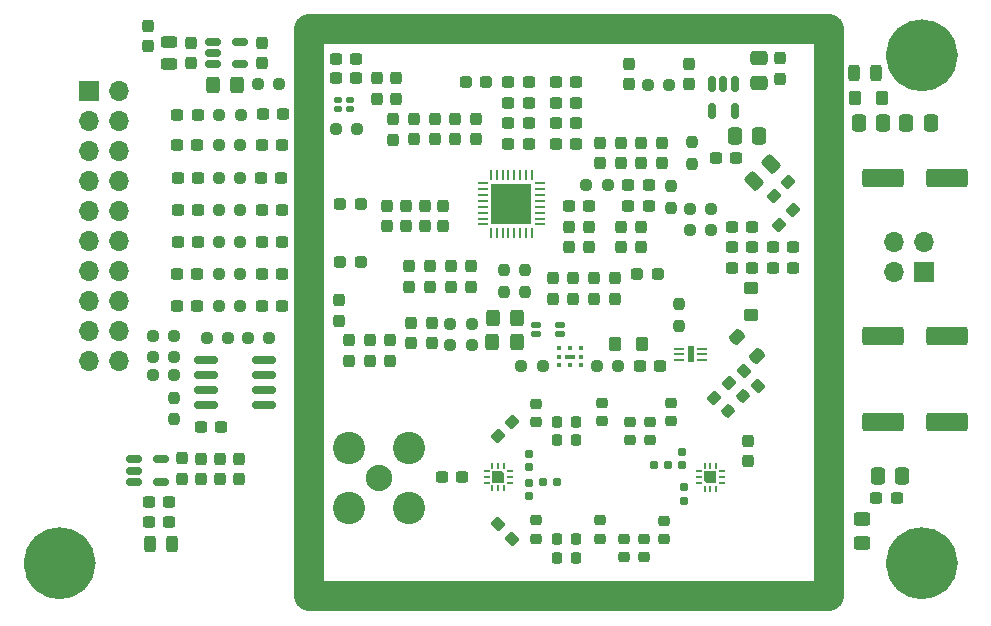
<source format=gbr>
%TF.GenerationSoftware,KiCad,Pcbnew,8.0.9-8.0.9-0~ubuntu22.04.1*%
%TF.CreationDate,2026-02-07T13:51:36+01:00*%
%TF.ProjectId,HW_0008_PrestoLO_rev01b,48575f30-3030-4385-9f50-726573746f4c,rev?*%
%TF.SameCoordinates,Original*%
%TF.FileFunction,Soldermask,Top*%
%TF.FilePolarity,Negative*%
%FSLAX46Y46*%
G04 Gerber Fmt 4.6, Leading zero omitted, Abs format (unit mm)*
G04 Created by KiCad (PCBNEW 8.0.9-8.0.9-0~ubuntu22.04.1) date 2026-02-07 13:51:36*
%MOMM*%
%LPD*%
G01*
G04 APERTURE LIST*
G04 Aperture macros list*
%AMRoundRect*
0 Rectangle with rounded corners*
0 $1 Rounding radius*
0 $2 $3 $4 $5 $6 $7 $8 $9 X,Y pos of 4 corners*
0 Add a 4 corners polygon primitive as box body*
4,1,4,$2,$3,$4,$5,$6,$7,$8,$9,$2,$3,0*
0 Add four circle primitives for the rounded corners*
1,1,$1+$1,$2,$3*
1,1,$1+$1,$4,$5*
1,1,$1+$1,$6,$7*
1,1,$1+$1,$8,$9*
0 Add four rect primitives between the rounded corners*
20,1,$1+$1,$2,$3,$4,$5,0*
20,1,$1+$1,$4,$5,$6,$7,0*
20,1,$1+$1,$6,$7,$8,$9,0*
20,1,$1+$1,$8,$9,$2,$3,0*%
%AMOutline5P*
0 Free polygon, 5 corners , with rotation*
0 The origin of the aperture is its center*
0 number of corners: always 5*
0 $1 to $10 corner X, Y*
0 $11 Rotation angle, in degrees counterclockwise*
0 create outline with 5 corners*
4,1,5,$1,$2,$3,$4,$5,$6,$7,$8,$9,$10,$1,$2,$11*%
%AMOutline6P*
0 Free polygon, 6 corners , with rotation*
0 The origin of the aperture is its center*
0 number of corners: always 6*
0 $1 to $12 corner X, Y*
0 $13 Rotation angle, in degrees counterclockwise*
0 create outline with 6 corners*
4,1,6,$1,$2,$3,$4,$5,$6,$7,$8,$9,$10,$11,$12,$1,$2,$13*%
%AMOutline7P*
0 Free polygon, 7 corners , with rotation*
0 The origin of the aperture is its center*
0 number of corners: always 7*
0 $1 to $14 corner X, Y*
0 $15 Rotation angle, in degrees counterclockwise*
0 create outline with 7 corners*
4,1,7,$1,$2,$3,$4,$5,$6,$7,$8,$9,$10,$11,$12,$13,$14,$1,$2,$15*%
%AMOutline8P*
0 Free polygon, 8 corners , with rotation*
0 The origin of the aperture is its center*
0 number of corners: always 8*
0 $1 to $16 corner X, Y*
0 $17 Rotation angle, in degrees counterclockwise*
0 create outline with 8 corners*
4,1,8,$1,$2,$3,$4,$5,$6,$7,$8,$9,$10,$11,$12,$13,$14,$15,$16,$1,$2,$17*%
G04 Aperture macros list end*
%ADD10C,3.050000*%
%ADD11C,2.500000*%
%ADD12RoundRect,0.237500X0.237500X-0.300000X0.237500X0.300000X-0.237500X0.300000X-0.237500X-0.300000X0*%
%ADD13RoundRect,0.237500X-0.250000X-0.237500X0.250000X-0.237500X0.250000X0.237500X-0.250000X0.237500X0*%
%ADD14RoundRect,0.237500X0.300000X0.237500X-0.300000X0.237500X-0.300000X-0.237500X0.300000X-0.237500X0*%
%ADD15RoundRect,0.237500X-0.300000X-0.237500X0.300000X-0.237500X0.300000X0.237500X-0.300000X0.237500X0*%
%ADD16RoundRect,0.155000X-0.155000X0.212500X-0.155000X-0.212500X0.155000X-0.212500X0.155000X0.212500X0*%
%ADD17RoundRect,0.237500X-0.237500X0.300000X-0.237500X-0.300000X0.237500X-0.300000X0.237500X0.300000X0*%
%ADD18RoundRect,0.225000X-0.250000X0.225000X-0.250000X-0.225000X0.250000X-0.225000X0.250000X0.225000X0*%
%ADD19RoundRect,0.250000X0.275000X0.350000X-0.275000X0.350000X-0.275000X-0.350000X0.275000X-0.350000X0*%
%ADD20RoundRect,0.237500X0.044194X0.380070X-0.380070X-0.044194X-0.044194X-0.380070X0.380070X0.044194X0*%
%ADD21RoundRect,0.250000X-0.325000X-0.450000X0.325000X-0.450000X0.325000X0.450000X-0.325000X0.450000X0*%
%ADD22RoundRect,0.237500X0.250000X0.237500X-0.250000X0.237500X-0.250000X-0.237500X0.250000X-0.237500X0*%
%ADD23RoundRect,0.237500X0.237500X-0.250000X0.237500X0.250000X-0.237500X0.250000X-0.237500X-0.250000X0*%
%ADD24RoundRect,0.237500X-0.237500X0.287500X-0.237500X-0.287500X0.237500X-0.287500X0.237500X0.287500X0*%
%ADD25RoundRect,0.237500X-0.237500X0.250000X-0.237500X-0.250000X0.237500X-0.250000X0.237500X0.250000X0*%
%ADD26RoundRect,0.225000X0.250000X-0.225000X0.250000X0.225000X-0.250000X0.225000X-0.250000X-0.225000X0*%
%ADD27RoundRect,0.250000X-1.500000X-0.550000X1.500000X-0.550000X1.500000X0.550000X-1.500000X0.550000X0*%
%ADD28RoundRect,0.250000X-0.475000X0.337500X-0.475000X-0.337500X0.475000X-0.337500X0.475000X0.337500X0*%
%ADD29RoundRect,0.218750X-0.256250X0.218750X-0.256250X-0.218750X0.256250X-0.218750X0.256250X0.218750X0*%
%ADD30RoundRect,0.250000X0.337500X0.475000X-0.337500X0.475000X-0.337500X-0.475000X0.337500X-0.475000X0*%
%ADD31RoundRect,0.250000X0.350000X-0.275000X0.350000X0.275000X-0.350000X0.275000X-0.350000X-0.275000X0*%
%ADD32RoundRect,0.250000X-0.337500X-0.475000X0.337500X-0.475000X0.337500X0.475000X-0.337500X0.475000X0*%
%ADD33RoundRect,0.125000X0.325000X0.125000X-0.325000X0.125000X-0.325000X-0.125000X0.325000X-0.125000X0*%
%ADD34RoundRect,0.218750X0.218750X0.256250X-0.218750X0.256250X-0.218750X-0.256250X0.218750X-0.256250X0*%
%ADD35RoundRect,0.243750X0.243750X0.456250X-0.243750X0.456250X-0.243750X-0.456250X0.243750X-0.456250X0*%
%ADD36RoundRect,0.237500X0.008839X0.344715X-0.344715X-0.008839X-0.008839X-0.344715X0.344715X0.008839X0*%
%ADD37RoundRect,0.237500X-0.035355X-0.371231X0.371231X0.035355X0.035355X0.371231X-0.371231X-0.035355X0*%
%ADD38RoundRect,0.150000X-0.512500X-0.150000X0.512500X-0.150000X0.512500X0.150000X-0.512500X0.150000X0*%
%ADD39RoundRect,0.250000X-0.097227X0.574524X-0.574524X0.097227X0.097227X-0.574524X0.574524X-0.097227X0*%
%ADD40RoundRect,0.155000X0.155000X-0.212500X0.155000X0.212500X-0.155000X0.212500X-0.155000X-0.212500X0*%
%ADD41R,0.400000X0.400000*%
%ADD42R,0.900000X0.400000*%
%ADD43RoundRect,0.237500X-0.287500X-0.237500X0.287500X-0.237500X0.287500X0.237500X-0.287500X0.237500X0*%
%ADD44RoundRect,0.062500X-0.375000X-0.062500X0.375000X-0.062500X0.375000X0.062500X-0.375000X0.062500X0*%
%ADD45R,0.600000X1.370000*%
%ADD46RoundRect,0.225000X-0.225000X-0.250000X0.225000X-0.250000X0.225000X0.250000X-0.225000X0.250000X0*%
%ADD47RoundRect,0.237500X0.380070X-0.044194X-0.044194X0.380070X-0.380070X0.044194X0.044194X-0.380070X0*%
%ADD48RoundRect,0.160000X-0.197500X-0.160000X0.197500X-0.160000X0.197500X0.160000X-0.197500X0.160000X0*%
%ADD49C,2.286000*%
%ADD50RoundRect,0.160000X0.197500X0.160000X-0.197500X0.160000X-0.197500X-0.160000X0.197500X-0.160000X0*%
%ADD51RoundRect,0.062500X-0.062500X-0.175000X0.062500X-0.175000X0.062500X0.175000X-0.062500X0.175000X0*%
%ADD52RoundRect,0.062500X-0.175000X0.062500X-0.175000X-0.062500X0.175000X-0.062500X0.175000X0.062500X0*%
%ADD53Outline5P,-0.500000X0.300000X-0.300000X0.500000X0.500000X0.500000X0.500000X-0.500000X-0.500000X-0.500000X270.000000*%
%ADD54RoundRect,0.150000X-0.150000X0.512500X-0.150000X-0.512500X0.150000X-0.512500X0.150000X0.512500X0*%
%ADD55RoundRect,0.062500X0.062500X0.175000X-0.062500X0.175000X-0.062500X-0.175000X0.062500X-0.175000X0*%
%ADD56RoundRect,0.062500X0.175000X-0.062500X0.175000X0.062500X-0.175000X0.062500X-0.175000X-0.062500X0*%
%ADD57Outline5P,-0.500000X0.300000X-0.300000X0.500000X0.500000X0.500000X0.500000X-0.500000X-0.500000X-0.500000X90.000000*%
%ADD58RoundRect,0.237500X0.287500X0.237500X-0.287500X0.237500X-0.287500X-0.237500X0.287500X-0.237500X0*%
%ADD59RoundRect,0.250000X0.441942X0.053033X0.053033X0.441942X-0.441942X-0.053033X-0.053033X-0.441942X0*%
%ADD60RoundRect,0.250000X0.450000X-0.325000X0.450000X0.325000X-0.450000X0.325000X-0.450000X-0.325000X0*%
%ADD61RoundRect,0.243750X0.456250X-0.243750X0.456250X0.243750X-0.456250X0.243750X-0.456250X-0.243750X0*%
%ADD62RoundRect,0.125000X0.175000X0.125000X-0.175000X0.125000X-0.175000X-0.125000X0.175000X-0.125000X0*%
%ADD63RoundRect,0.062500X-0.350000X-0.062500X0.350000X-0.062500X0.350000X0.062500X-0.350000X0.062500X0*%
%ADD64RoundRect,0.062500X-0.062500X-0.350000X0.062500X-0.350000X0.062500X0.350000X-0.062500X0.350000X0*%
%ADD65R,3.500000X3.500000*%
%ADD66RoundRect,0.150000X0.825000X0.150000X-0.825000X0.150000X-0.825000X-0.150000X0.825000X-0.150000X0*%
%ADD67R,1.700000X1.700000*%
%ADD68O,1.700000X1.700000*%
%ADD69C,2.240000*%
%ADD70C,2.740000*%
G04 APERTURE END LIST*
D10*
X144025000Y-40000000D02*
G75*
G02*
X140975000Y-40000000I-1525000J0D01*
G01*
X140975000Y-40000000D02*
G75*
G02*
X144025000Y-40000000I1525000J0D01*
G01*
X144025000Y-83000000D02*
G75*
G02*
X140975000Y-83000000I-1525000J0D01*
G01*
X140975000Y-83000000D02*
G75*
G02*
X144025000Y-83000000I1525000J0D01*
G01*
X71025000Y-83000000D02*
G75*
G02*
X67975000Y-83000000I-1525000J0D01*
G01*
X67975000Y-83000000D02*
G75*
G02*
X71025000Y-83000000I1525000J0D01*
G01*
%TO.C,J3*%
D11*
X134600000Y-37800000D02*
X90600000Y-37800000D01*
X90600000Y-85800000D01*
X134600000Y-85800000D01*
X134600000Y-37800000D01*
%TD*%
D12*
%TO.C,C39*%
X98800000Y-54462500D03*
X98800000Y-52737500D03*
%TD*%
%TO.C,C26*%
X99100000Y-59600000D03*
X99100000Y-57875000D03*
%TD*%
%TO.C,C14*%
X83100000Y-75862500D03*
X83100000Y-74137500D03*
%TD*%
D13*
%TO.C,R18*%
X122837500Y-53000000D03*
X124662500Y-53000000D03*
%TD*%
D14*
%TO.C,C98*%
X131612500Y-58000000D03*
X129887500Y-58000000D03*
%TD*%
D15*
%TO.C,C58*%
X111500000Y-45750000D03*
X113225000Y-45750000D03*
%TD*%
D13*
%TO.C,R21*%
X102587500Y-64500000D03*
X104412500Y-64500000D03*
%TD*%
D16*
%TO.C,C85*%
X109250000Y-73732500D03*
X109250000Y-74867500D03*
%TD*%
D17*
%TO.C,C105*%
X98000000Y-41937500D03*
X98000000Y-43662500D03*
%TD*%
D18*
%TO.C,C69*%
X121250000Y-69400000D03*
X121250000Y-70950000D03*
%TD*%
D17*
%TO.C,C83*%
X130500000Y-40237500D03*
X130500000Y-41962500D03*
%TD*%
D16*
%TO.C,C52*%
X122200000Y-73582500D03*
X122200000Y-74717500D03*
%TD*%
D15*
%TO.C,C61*%
X111500000Y-44000000D03*
X113225000Y-44000000D03*
%TD*%
D12*
%TO.C,C46*%
X97200000Y-54462500D03*
X97200000Y-52737500D03*
%TD*%
D17*
%TO.C,C60*%
X101000000Y-62637500D03*
X101000000Y-64362500D03*
%TD*%
D19*
%TO.C,L7*%
X118850000Y-64400000D03*
X116550000Y-64400000D03*
%TD*%
D20*
%TO.C,C95*%
X131209880Y-50690120D03*
X129990120Y-51909880D03*
%TD*%
D21*
%TO.C,D1*%
X82450000Y-42500000D03*
X84500000Y-42500000D03*
%TD*%
D22*
%TO.C,R109*%
X110412500Y-66300000D03*
X108587500Y-66300000D03*
%TD*%
D23*
%TO.C,R32*%
X79200000Y-70812500D03*
X79200000Y-68987500D03*
%TD*%
D24*
%TO.C,FB7*%
X97750000Y-45375000D03*
X97750000Y-47125000D03*
%TD*%
D22*
%TO.C,R17*%
X115912500Y-51000000D03*
X114087500Y-51000000D03*
%TD*%
D25*
%TO.C,R19*%
X107100000Y-58187500D03*
X107100000Y-60012500D03*
%TD*%
D13*
%TO.C,R110*%
X114987500Y-66300000D03*
X116812500Y-66300000D03*
%TD*%
D26*
%TO.C,C71*%
X119000000Y-82475000D03*
X119000000Y-80925000D03*
%TD*%
D13*
%TO.C,R6*%
X82975000Y-58500000D03*
X84800000Y-58500000D03*
%TD*%
D18*
%TO.C,C75*%
X115400000Y-69425000D03*
X115400000Y-70975000D03*
%TD*%
D12*
%TO.C,C24*%
X111250000Y-60612500D03*
X111250000Y-58887500D03*
%TD*%
D27*
%TO.C,C125*%
X139200000Y-71000000D03*
X144600000Y-71000000D03*
%TD*%
D25*
%TO.C,R24*%
X121919700Y-61067800D03*
X121919700Y-62892800D03*
%TD*%
D23*
%TO.C,R12*%
X123000000Y-49162500D03*
X123000000Y-47337500D03*
%TD*%
D28*
%TO.C,C82*%
X128700000Y-40262500D03*
X128700000Y-42337500D03*
%TD*%
D29*
%TO.C,L1*%
X117300000Y-80912500D03*
X117300000Y-82487500D03*
%TD*%
D30*
%TO.C,C91*%
X128737500Y-46800000D03*
X126662500Y-46800000D03*
%TD*%
D31*
%TO.C,L8*%
X128000000Y-62000000D03*
X128000000Y-59700000D03*
%TD*%
D12*
%TO.C,C59*%
X117000000Y-56250000D03*
X117000000Y-54525000D03*
%TD*%
D14*
%TO.C,C33*%
X109225000Y-45750000D03*
X107500000Y-45750000D03*
%TD*%
D15*
%TO.C,C6*%
X79475000Y-45037500D03*
X81200000Y-45037500D03*
%TD*%
%TO.C,C111*%
X92887500Y-40300000D03*
X94612500Y-40300000D03*
%TD*%
D14*
%TO.C,C48*%
X109225000Y-42250000D03*
X107500000Y-42250000D03*
%TD*%
%TO.C,C103*%
X103562500Y-75700000D03*
X101837500Y-75700000D03*
%TD*%
D12*
%TO.C,C56*%
X118750000Y-56250000D03*
X118750000Y-54525000D03*
%TD*%
D32*
%TO.C,C123*%
X137162500Y-45700000D03*
X139237500Y-45700000D03*
%TD*%
D33*
%TO.C,TR1*%
X111824999Y-63624999D03*
X111824999Y-62824999D03*
X109824999Y-62824999D03*
X109824999Y-63624999D03*
%TD*%
D15*
%TO.C,C3*%
X79437500Y-47600000D03*
X81162500Y-47600000D03*
%TD*%
%TO.C,C57*%
X117637500Y-52750000D03*
X119362500Y-52750000D03*
%TD*%
D12*
%TO.C,C128*%
X79900000Y-75825000D03*
X79900000Y-74100000D03*
%TD*%
D14*
%TO.C,C15*%
X88362500Y-61200000D03*
X86637500Y-61200000D03*
%TD*%
D34*
%TO.C,L4*%
X113187500Y-71050000D03*
X111612500Y-71050000D03*
%TD*%
D15*
%TO.C,C55*%
X111500000Y-47500000D03*
X113225000Y-47500000D03*
%TD*%
D26*
%TO.C,C72*%
X117800000Y-72575000D03*
X117800000Y-71025000D03*
%TD*%
D35*
%TO.C,C1*%
X79037500Y-81400000D03*
X77162500Y-81400000D03*
%TD*%
D36*
%TO.C,R105*%
X127345235Y-68854765D03*
X126054765Y-70145235D03*
%TD*%
D13*
%TO.C,R2*%
X83012500Y-45037500D03*
X84837500Y-45037500D03*
%TD*%
%TO.C,R22*%
X102587500Y-62750000D03*
X104412500Y-62750000D03*
%TD*%
D37*
%TO.C,FB11*%
X130381282Y-54368718D03*
X131618718Y-53131282D03*
%TD*%
D38*
%TO.C,U9*%
X82462500Y-38850000D03*
X82462500Y-39800000D03*
X82462500Y-40750000D03*
X84737500Y-40750000D03*
X84737500Y-38850000D03*
%TD*%
D14*
%TO.C,C21*%
X88337500Y-53100000D03*
X86612500Y-53100000D03*
%TD*%
D17*
%TO.C,C28*%
X104750000Y-45387500D03*
X104750000Y-47112500D03*
%TD*%
%TO.C,C76*%
X99260000Y-62637500D03*
X99260000Y-64362500D03*
%TD*%
D12*
%TO.C,C30*%
X113000000Y-60612500D03*
X113000000Y-58887500D03*
%TD*%
D39*
%TO.C,C97*%
X129733623Y-49166377D03*
X128266377Y-50633623D03*
%TD*%
D14*
%TO.C,C64*%
X119362500Y-51000000D03*
X117637500Y-51000000D03*
%TD*%
D17*
%TO.C,C29*%
X120500000Y-47387500D03*
X120500000Y-49112500D03*
%TD*%
D12*
%TO.C,C47*%
X104350000Y-59600000D03*
X104350000Y-57875000D03*
%TD*%
D15*
%TO.C,C66*%
X111500000Y-42250000D03*
X113225000Y-42250000D03*
%TD*%
D13*
%TO.C,R14*%
X122837500Y-54750000D03*
X124662500Y-54750000D03*
%TD*%
D15*
%TO.C,C102*%
X126387500Y-54500000D03*
X128112500Y-54500000D03*
%TD*%
D40*
%TO.C,C118*%
X109200000Y-77317500D03*
X109200000Y-76182500D03*
%TD*%
D41*
%TO.C,TR101*%
X111750000Y-66200000D03*
X112700000Y-66200000D03*
X113650000Y-66200000D03*
X113650000Y-65500000D03*
X113650000Y-64800000D03*
X112700000Y-64800000D03*
X111750000Y-64800000D03*
X111750000Y-65500000D03*
D42*
X112700000Y-65500000D03*
%TD*%
D22*
%TO.C,R37*%
X83762500Y-63950000D03*
X81937500Y-63950000D03*
%TD*%
D43*
%TO.C,FB4*%
X93250000Y-52600000D03*
X95000000Y-52600000D03*
%TD*%
D12*
%TO.C,C40*%
X102600000Y-59600000D03*
X102600000Y-57875000D03*
%TD*%
D14*
%TO.C,C27*%
X109225000Y-47500000D03*
X107500000Y-47500000D03*
%TD*%
D15*
%TO.C,C7*%
X79425000Y-58500000D03*
X81150000Y-58500000D03*
%TD*%
D17*
%TO.C,C106*%
X77000000Y-37475000D03*
X77000000Y-39200000D03*
%TD*%
D24*
%TO.C,FB2*%
X93125000Y-60750000D03*
X93125000Y-62500000D03*
%TD*%
D15*
%TO.C,C93*%
X125037500Y-48700000D03*
X126762500Y-48700000D03*
%TD*%
D25*
%TO.C,R15*%
X121250000Y-51087500D03*
X121250000Y-52912500D03*
%TD*%
D17*
%TO.C,C49*%
X99500000Y-45387500D03*
X99500000Y-47112500D03*
%TD*%
D25*
%TO.C,R20*%
X108900000Y-58187500D03*
X108900000Y-60012500D03*
%TD*%
D30*
%TO.C,C122*%
X143237500Y-45700000D03*
X141162500Y-45700000D03*
%TD*%
D15*
%TO.C,C92*%
X92887500Y-41900000D03*
X94612500Y-41900000D03*
%TD*%
%TO.C,C100*%
X126387500Y-56250000D03*
X128112500Y-56250000D03*
%TD*%
D18*
%TO.C,C74*%
X115250000Y-79375000D03*
X115250000Y-80925000D03*
%TD*%
D12*
%TO.C,C73*%
X94000000Y-65862500D03*
X94000000Y-64137500D03*
%TD*%
D15*
%TO.C,C11*%
X79512500Y-53100000D03*
X81237500Y-53100000D03*
%TD*%
D14*
%TO.C,C8*%
X78762500Y-77800000D03*
X77037500Y-77800000D03*
%TD*%
D13*
%TO.C,R5*%
X82975000Y-55800000D03*
X84800000Y-55800000D03*
%TD*%
D17*
%TO.C,C84*%
X117700000Y-40737500D03*
X117700000Y-42462500D03*
%TD*%
%TO.C,C43*%
X117000000Y-47387500D03*
X117000000Y-49112500D03*
%TD*%
D12*
%TO.C,C18*%
X84700000Y-75862500D03*
X84700000Y-74137500D03*
%TD*%
D18*
%TO.C,C68*%
X120637500Y-79400000D03*
X120637500Y-80950000D03*
%TD*%
D15*
%TO.C,C10*%
X79437500Y-61200000D03*
X81162500Y-61200000D03*
%TD*%
D44*
%TO.C,U6*%
X121982200Y-64820300D03*
X121982200Y-65320300D03*
X121982200Y-65820300D03*
X123857200Y-65820300D03*
X123857200Y-65320300D03*
X123857200Y-64820300D03*
D45*
X122919700Y-65320300D03*
%TD*%
D14*
%TO.C,C5*%
X140362500Y-77500000D03*
X138637500Y-77500000D03*
%TD*%
D22*
%TO.C,R34*%
X87262500Y-63950000D03*
X85437500Y-63950000D03*
%TD*%
D46*
%TO.C,C78*%
X111637500Y-72575000D03*
X113187500Y-72575000D03*
%TD*%
D22*
%TO.C,R16*%
X88107500Y-42465000D03*
X86282500Y-42465000D03*
%TD*%
D46*
%TO.C,C77*%
X111650000Y-82575000D03*
X113200000Y-82575000D03*
%TD*%
D17*
%TO.C,C50*%
X115250000Y-47387500D03*
X115250000Y-49112500D03*
%TD*%
D13*
%TO.C,R23*%
X119287500Y-42500000D03*
X121112500Y-42500000D03*
%TD*%
D22*
%TO.C,R36*%
X79225000Y-67100000D03*
X77400000Y-67100000D03*
%TD*%
D47*
%TO.C,C121*%
X128659880Y-67959880D03*
X127440120Y-66740120D03*
%TD*%
D12*
%TO.C,C25*%
X102000000Y-54462500D03*
X102000000Y-52737500D03*
%TD*%
D48*
%TO.C,R101*%
X119805000Y-74700000D03*
X121000000Y-74700000D03*
%TD*%
D21*
%TO.C,L5*%
X106150000Y-64250000D03*
X108200000Y-64250000D03*
%TD*%
D17*
%TO.C,C35*%
X118750000Y-47387500D03*
X118750000Y-49112500D03*
%TD*%
D12*
%TO.C,C65*%
X95750000Y-65862500D03*
X95750000Y-64137500D03*
%TD*%
D47*
%TO.C,C120*%
X107834880Y-80909880D03*
X106615120Y-79690120D03*
%TD*%
D37*
%TO.C,L10*%
X124931282Y-69018718D03*
X126168718Y-67781282D03*
%TD*%
D49*
%TO.C,J3*%
X104150000Y-37800000D03*
X121050000Y-85800000D03*
%TD*%
D15*
%TO.C,C96*%
X126387500Y-58000000D03*
X128112500Y-58000000D03*
%TD*%
D13*
%TO.C,R1*%
X82987500Y-61200000D03*
X84812500Y-61200000D03*
%TD*%
D30*
%TO.C,C2*%
X140837500Y-75600000D03*
X138762500Y-75600000D03*
%TD*%
D18*
%TO.C,C80*%
X109875000Y-69475000D03*
X109875000Y-71025000D03*
%TD*%
D12*
%TO.C,C16*%
X81500000Y-75862500D03*
X81500000Y-74137500D03*
%TD*%
D50*
%TO.C,R102*%
X111597500Y-76150000D03*
X110402500Y-76150000D03*
%TD*%
D14*
%TO.C,C99*%
X131612500Y-56250000D03*
X129887500Y-56250000D03*
%TD*%
D51*
%TO.C,U102*%
X107137500Y-74737500D03*
X106637500Y-74737500D03*
X106137500Y-74737500D03*
D52*
X105675000Y-75200000D03*
X105675000Y-75700000D03*
X105675000Y-76200000D03*
D51*
X106137500Y-76662500D03*
X106637500Y-76662500D03*
X107137500Y-76662500D03*
D52*
X107600000Y-76200000D03*
X107600000Y-75700000D03*
X107600000Y-75200000D03*
D53*
X106637500Y-75700000D03*
%TD*%
D12*
%TO.C,C45*%
X116500000Y-60612500D03*
X116500000Y-58887500D03*
%TD*%
D54*
%TO.C,U5*%
X126650000Y-42462500D03*
X125700000Y-42462500D03*
X124750000Y-42462500D03*
X124750000Y-44737500D03*
X126650000Y-44737500D03*
%TD*%
D13*
%TO.C,R3*%
X82962500Y-50400000D03*
X84787500Y-50400000D03*
%TD*%
D14*
%TO.C,C22*%
X88237500Y-50400000D03*
X86512500Y-50400000D03*
%TD*%
D55*
%TO.C,U101*%
X124100000Y-76675000D03*
X124600000Y-76675000D03*
X125100000Y-76675000D03*
D56*
X125562500Y-76212500D03*
X125562500Y-75712500D03*
X125562500Y-75212500D03*
D55*
X125100000Y-74750000D03*
X124600000Y-74750000D03*
X124100000Y-74750000D03*
D56*
X123637500Y-75212500D03*
X123637500Y-75712500D03*
X123637500Y-76212500D03*
D57*
X124600000Y-75712500D03*
%TD*%
D17*
%TO.C,C89*%
X122800000Y-40737500D03*
X122800000Y-42462500D03*
%TD*%
D13*
%TO.C,R33*%
X77387500Y-63800000D03*
X79212500Y-63800000D03*
%TD*%
D14*
%TO.C,C12*%
X88450000Y-44987500D03*
X86725000Y-44987500D03*
%TD*%
D27*
%TO.C,C126*%
X139200000Y-50400000D03*
X144600000Y-50400000D03*
%TD*%
D58*
%TO.C,FB3*%
X120125000Y-58500000D03*
X118375000Y-58500000D03*
%TD*%
D59*
%TO.C,L9*%
X128513173Y-65463173D03*
X126886827Y-63836827D03*
%TD*%
D15*
%TO.C,C9*%
X79487500Y-55800000D03*
X81212500Y-55800000D03*
%TD*%
D22*
%TO.C,R35*%
X79212500Y-65500000D03*
X77387500Y-65500000D03*
%TD*%
D60*
%TO.C,FB1*%
X137400000Y-81325000D03*
X137400000Y-79275000D03*
%TD*%
D61*
%TO.C,C109*%
X78800000Y-40737500D03*
X78800000Y-38862500D03*
%TD*%
D17*
%TO.C,C94*%
X127750000Y-72637500D03*
X127750000Y-74362500D03*
%TD*%
D43*
%TO.C,FB5*%
X93250000Y-57500000D03*
X95000000Y-57500000D03*
%TD*%
D34*
%TO.C,L3*%
X113187500Y-80950000D03*
X111612500Y-80950000D03*
%TD*%
D14*
%TO.C,C101*%
X83162500Y-71500000D03*
X81437500Y-71500000D03*
%TD*%
D27*
%TO.C,C124*%
X139200000Y-63800000D03*
X144600000Y-63800000D03*
%TD*%
D19*
%TO.C,FB12*%
X139150000Y-43600000D03*
X136850000Y-43600000D03*
%TD*%
D12*
%TO.C,C108*%
X86600000Y-40662500D03*
X86600000Y-38937500D03*
%TD*%
D20*
%TO.C,C119*%
X107834880Y-71040120D03*
X106615120Y-72259880D03*
%TD*%
D43*
%TO.C,FB6*%
X103875000Y-42250000D03*
X105625000Y-42250000D03*
%TD*%
D14*
%TO.C,C19*%
X88350000Y-58500000D03*
X86625000Y-58500000D03*
%TD*%
D62*
%TO.C,U8*%
X94100000Y-43800000D03*
X93100000Y-43800000D03*
X93100000Y-44500000D03*
X94100000Y-44500000D03*
%TD*%
D12*
%TO.C,C67*%
X112612500Y-56250000D03*
X112612500Y-54525000D03*
%TD*%
D38*
%TO.C,U1*%
X75825000Y-74200000D03*
X75825000Y-75150000D03*
X75825000Y-76100000D03*
X78100000Y-76100000D03*
X78100000Y-74200000D03*
%TD*%
D13*
%TO.C,R4*%
X82962500Y-53100000D03*
X84787500Y-53100000D03*
%TD*%
D14*
%TO.C,C4*%
X78762500Y-79500000D03*
X77037500Y-79500000D03*
%TD*%
D15*
%TO.C,C13*%
X79512500Y-50400000D03*
X81237500Y-50400000D03*
%TD*%
D63*
%TO.C,U2*%
X105312500Y-50812500D03*
X105312500Y-51312500D03*
X105312500Y-51812500D03*
X105312500Y-52312500D03*
X105312500Y-52812500D03*
X105312500Y-53312500D03*
X105312500Y-53812500D03*
X105312500Y-54312500D03*
D64*
X106000000Y-55000000D03*
X106500000Y-55000000D03*
X107000000Y-55000000D03*
X107500000Y-55000000D03*
X108000000Y-55000000D03*
X108500000Y-55000000D03*
X109000000Y-55000000D03*
X109500000Y-55000000D03*
D63*
X110187500Y-54312500D03*
X110187500Y-53812500D03*
X110187500Y-53312500D03*
X110187500Y-52812500D03*
X110187500Y-52312500D03*
X110187500Y-51812500D03*
X110187500Y-51312500D03*
X110187500Y-50812500D03*
D64*
X109500000Y-50125000D03*
X109000000Y-50125000D03*
X108500000Y-50125000D03*
X108000000Y-50125000D03*
X107500000Y-50125000D03*
X107000000Y-50125000D03*
X106500000Y-50125000D03*
X106000000Y-50125000D03*
D65*
X107750000Y-52562500D03*
%TD*%
D12*
%TO.C,C63*%
X97500000Y-65862500D03*
X97500000Y-64137500D03*
%TD*%
D13*
%TO.C,R7*%
X82987500Y-47600000D03*
X84812500Y-47600000D03*
%TD*%
D66*
%TO.C,U7*%
X86825000Y-69605000D03*
X86825000Y-68335000D03*
X86825000Y-67065000D03*
X86825000Y-65795000D03*
X81875000Y-65795000D03*
X81875000Y-67065000D03*
X81875000Y-68335000D03*
X81875000Y-69605000D03*
%TD*%
D17*
%TO.C,C42*%
X101250000Y-45387500D03*
X101250000Y-47112500D03*
%TD*%
D14*
%TO.C,C20*%
X88350000Y-55800000D03*
X86625000Y-55800000D03*
%TD*%
D12*
%TO.C,C31*%
X100400000Y-54462500D03*
X100400000Y-52737500D03*
%TD*%
D18*
%TO.C,C79*%
X109825000Y-79375000D03*
X109825000Y-80925000D03*
%TD*%
D40*
%TO.C,C53*%
X122350000Y-77717500D03*
X122350000Y-76582500D03*
%TD*%
D35*
%TO.C,C81*%
X138637500Y-41500000D03*
X136762500Y-41500000D03*
%TD*%
D15*
%TO.C,C86*%
X118637500Y-66300000D03*
X120362500Y-66300000D03*
%TD*%
D14*
%TO.C,C70*%
X114362500Y-52750000D03*
X112637500Y-52750000D03*
%TD*%
%TO.C,C17*%
X88362500Y-47600000D03*
X86637500Y-47600000D03*
%TD*%
D29*
%TO.C,L2*%
X119500000Y-71012500D03*
X119500000Y-72587500D03*
%TD*%
D12*
%TO.C,C62*%
X114362500Y-56250000D03*
X114362500Y-54525000D03*
%TD*%
D14*
%TO.C,C41*%
X109225000Y-44000000D03*
X107500000Y-44000000D03*
%TD*%
D17*
%TO.C,C104*%
X96400000Y-41937499D03*
X96400000Y-43662501D03*
%TD*%
D22*
%TO.C,R108*%
X94712500Y-46200000D03*
X92887500Y-46200000D03*
%TD*%
D21*
%TO.C,L6*%
X106175000Y-62200000D03*
X108225000Y-62200000D03*
%TD*%
D17*
%TO.C,C34*%
X103000000Y-45387500D03*
X103000000Y-47112500D03*
%TD*%
D12*
%TO.C,C38*%
X114750000Y-60612500D03*
X114750000Y-58887500D03*
%TD*%
%TO.C,C32*%
X100850000Y-59600000D03*
X100850000Y-57875000D03*
%TD*%
%TO.C,C107*%
X80600000Y-40662500D03*
X80600000Y-38937500D03*
%TD*%
D67*
%TO.C,J1*%
X72000000Y-43000000D03*
D68*
X74540000Y-43000000D03*
X72000000Y-45540000D03*
X74540000Y-45540000D03*
X72000000Y-48080000D03*
X74540000Y-48080000D03*
X72000000Y-50620000D03*
X74540000Y-50620000D03*
X72000000Y-53160000D03*
X74540000Y-53160000D03*
X72000000Y-55700000D03*
X74540000Y-55700000D03*
X72000000Y-58240000D03*
X74540000Y-58240000D03*
X72000000Y-60780000D03*
X74540000Y-60780000D03*
X72000000Y-63320000D03*
X74540000Y-63320000D03*
X72000000Y-65860000D03*
X74540000Y-65860000D03*
%TD*%
D67*
%TO.C,J101*%
X142675000Y-58375000D03*
D68*
X142675000Y-55835000D03*
X140135000Y-58375000D03*
X140135000Y-55835000D03*
%TD*%
D69*
%TO.C,J2*%
X96500000Y-75750000D03*
D70*
X93960000Y-73210000D03*
X93960000Y-78290000D03*
X99040000Y-73210000D03*
X99040000Y-78290000D03*
%TD*%
M02*

</source>
